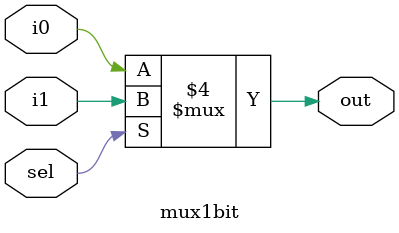
<source format=v>
/*BIA-Branch Instruction Address, BTA - Branch Target Address*/
module BranchTargetBuffer(BTA, hit, prediction, BIA, wBIA, wBTA, taken);
	input [15:0] BIA, wBIA, wBTA;
	input taken;
	output reg [15:0] BTA;
	output reg hit;
	output prediction;
	
	reg [31:0] btb [0:7];
	reg head;
	initial
	begin
		head = 0;
		//prediction = 0; //prediction = 0 means not taken
	end

	wire [15:0] nextBIA;
	reg [3:0] PCToPredict;
	assign nextBIA = BIA + 1;
	integer i;
	
	always@(BIA)
	begin
		hit = 0;
		for(i=0; i<=head; i=i+1)
		begin
			if(BIA == btb[i][31:16])
			begin
				BTA = btb[i][15:0];
				hit = 1;
				PCToPredict = BIA[3:0];
			end
			else if(nextBIA == btb[i][31:16])
			begin
				BTA = btb[i][15:0];
				hit = 1;
				PCToPredict = nextBIA[3:0];
			end
		end
	end
	
	always@(wBIA or wBTA)
	begin
		btb[head][31:0] = {wBIA, wBTA};
		head = head + 1;
	end
	BranchPredictor predict(prediction, PCToPredict, wBIA[3:0], taken);
endmodule

module BranchPredictor(prediction, PC, wPCindex, taken);
	input [3:0] PC, wPCindex;
	input taken;
	output prediction;
	
	reg [3:0] GHSR;
	wire [3:0] lptIndex, wlptIndex;
	wire takenOut_lpt, takenOut_gpt, takenOut_cpt;

	initial	
		GHSR = 4'b0000;

	always@(wPCindex or taken)
		GHSR = {GHSR[2:0], taken};
	
	LocalHistoryTable lht(lptIndex, wlptIndex, PC, wPCindex, taken);
	
	PredictionTable lpt(takenOut_lpt, lptIndex, wlptIndex, taken);
	PredictionTable gpt(takenOut_gpt, GHSR, GHSR, taken);
	PredictionTable cpt(takenOut_cpt, GHSR, GHSR, taken);

	mux1bit mux(prediction, takenOut_lpt, takenOut_gpt, takenOut_cpt);
endmodule 

module LocalHistoryTable(lptIndex, wlptIndex, rPCindex, wPCindex, taken);
	input [3:0] rPCindex, wPCindex;
	input taken;
	output reg [3:0] lptIndex;
	output reg [3:0] wlptIndex;

	reg [3:0] LHT [0:15];

	integer i;
	initial
	begin
		for(i=0; i<=15; i=i+1)
			LHT[i] = 4'b00;
	end

	always@(rPCindex)
	begin
		lptIndex = LHT[rPCindex];
	end
	
	always@(wPCindex or taken)
	begin
		wlptIndex = LHT[wPCindex];
		LHT[wPCindex] = {LHT[wPCindex][2:0], taken};
	end
	
endmodule

module PredictionTable(takenOut, index, wIndex, takenIn);
	input [3:0] index, wIndex;
	input takenIn;
	output takenOut;
	
	reg [1:0] PT [0:15];

	reg [1:0] CS, CS_update;
	wire [1:0] NS;

	integer i;
	initial
	begin
		for(i=0; i<=15; i=i+1)
			PT[i] = 2'b10;
	end
	
	always@(index)
		CS = PT[index];

	always@(wIndex)
		CS_update = PT[wIndex];

	always@(NS or wIndex)
		PT[wIndex] = NS;

	Prediction_2bit pred(NS, takenOut, takenIn, CS, CS_update);
endmodule

module Prediction_2bit(NS, takenOut, taken, CS_read, CS_update);
	input [1:0] CS_read, CS_update;
	input taken;
	output reg [1:0] NS;
	output reg takenOut;
	
	parameter ST = 2'b00, T = 2'b01, NT = 2'b10, SNT = 2'b11;

	always@(CS_read)
	begin
	  case(CS_read)
		ST: takenOut = 1;
		T:takenOut = 1;
		NT: takenOut = 0;
		SNT: takenOut = 0;
	  endcase
	end
	
	always@(CS_update or taken)
	begin
		case(CS_update)
			ST :
			begin
				if(taken)
					NS = ST;
				else
					NS = T;
			end
			T :
			begin
				if(taken)
					NS = ST;
				else
					NS = SNT;
			end
			NT :
			begin
				if(taken)
					NS = ST;
				else
					NS = SNT;
			end
			SNT :
			begin
				if(taken)
					NS = NT;
				else
					NS = SNT;
			end
		endcase
	end 
endmodule

module mux1bit(output out, input i0, input i1, input sel);
	assign out = sel ? i1 : i0;
endmodule


</source>
